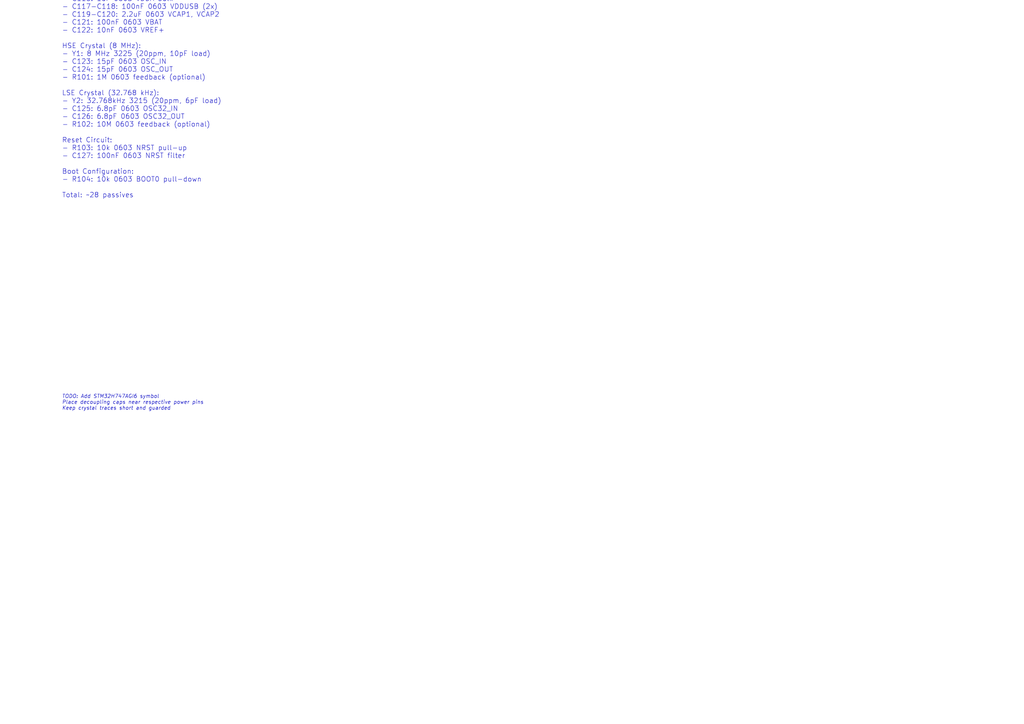
<source format=kicad_sch>
(kicad_sch
	(version 20231120)
	(generator "eeschema")
	(generator_version "8.0")
	(uuid "sec01-0001-0002-0003-000000000001")
	(paper "A3")
	(title_block
		(title "Section 01: MCU Core")
		(date "2026-01-28")
		(rev "0.1")
		(company "IMSAFE Project")
		(comment 1 "STM32H747AGI6 Dual-Core MCU")
		(comment 2 "LQFP-176 with decoupling, crystals, reset")
	)

	(lib_symbols)

	(text "MCU Core Section\n\nMain Component:\n- U1: STM32H747AGI6 (LQFP-176)\n\nPower Supply Decoupling (per ST AN4661):\n- C101: 4.7uF 0805 VDD bulk (near pin 1)\n- C102-C111: 100nF 0603 each VDD pin (10x)\n- C112-C115: 100nF 0603 each VDDA pin (4x)\n- C116: 1uF 0603 VDDA bulk\n- C117-C118: 100nF 0603 VDDUSB (2x)\n- C119-C120: 2.2uF 0603 VCAP1, VCAP2\n- C121: 100nF 0603 VBAT\n- C122: 10nF 0603 VREF+\n\nHSE Crystal (8 MHz):\n- Y1: 8 MHz 3225 (20ppm, 10pF load)\n- C123: 15pF 0603 OSC_IN\n- C124: 15pF 0603 OSC_OUT\n- R101: 1M 0603 feedback (optional)\n\nLSE Crystal (32.768 kHz):\n- Y2: 32.768kHz 3215 (20ppm, 6pF load)\n- C125: 6.8pF 0603 OSC32_IN\n- C126: 6.8pF 0603 OSC32_OUT\n- R102: 10M 0603 feedback (optional)\n\nReset Circuit:\n- R103: 10k 0603 NRST pull-up\n- C127: 100nF 0603 NRST filter\n\nBoot Configuration:\n- R104: 10k 0603 BOOT0 pull-down\n\nTotal: ~28 passives"
		(exclude_from_sim no)
		(at 25.4 25.4 0)
		(effects
			(font
				(size 2 2)
			)
			(justify left)
		)
		(uuid "sec01-text-001")
	)

	(text "TODO: Add STM32H747AGI6 symbol\nPlace decoupling caps near respective power pins\nKeep crystal traces short and guarded"
		(exclude_from_sim no)
		(at 25.4 165.1 0)
		(effects
			(font
				(size 1.5 1.5)
				(italic yes)
			)
			(justify left)
		)
		(uuid "sec01-todo-001")
	)
)

</source>
